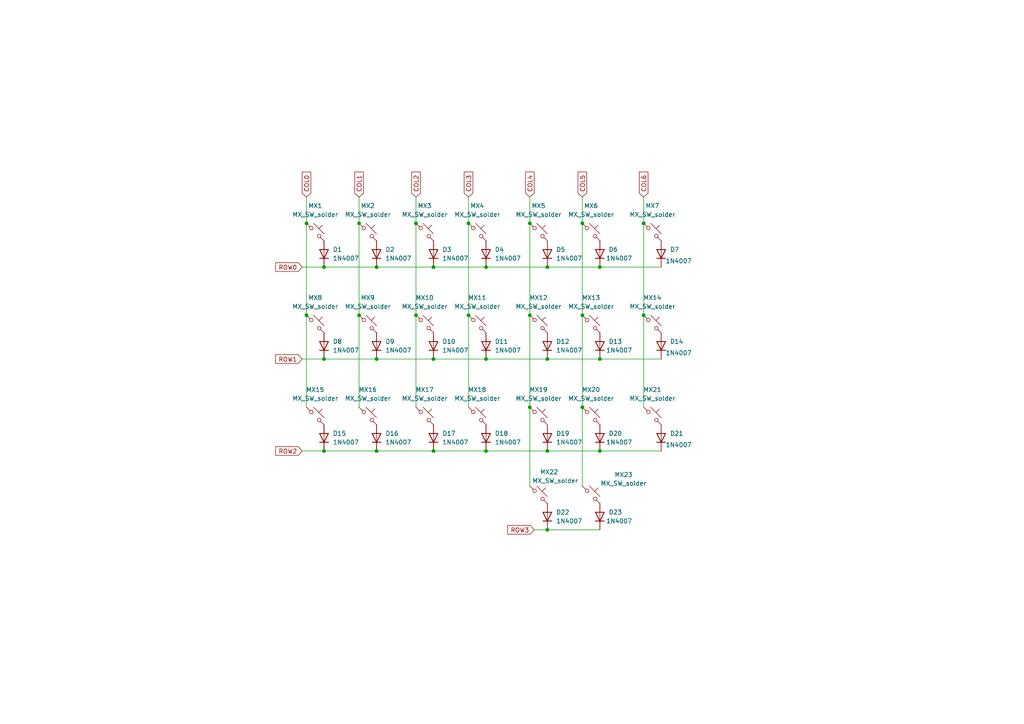
<source format=kicad_sch>
(kicad_sch (version 20231120) (generator "eeschema") (generator_version "8.0")
  (paper "A4")
  (lib_symbols
    (symbol "Diode:1N4007" (pin_numbers hide) (pin_names hide)
      (property "Reference" "D" (at 0 2.54 0))
      (property "Value" "1N4007" (at 0 -2.54 0))
      (symbol "1N4007_0_1"
        (polyline (pts (xy -1.27 1.27) (xy -1.27 -1.27)) (stroke (width 0.254)))
        (polyline (pts (xy 1.27 0) (xy -1.27 0)))
        (polyline (pts (xy 1.27 1.27) (xy 1.27 -1.27) (xy -1.27 0) (xy 1.27 1.27)) (stroke (width 0.254)))
      )
      (symbol "1N4007_1_1"
        (pin passive line (at -3.81 0 0) (length 2.54) (name "K") (number "1"))
        (pin passive line (at 3.81 0 180) (length 2.54) (name "A") (number "2"))
      )
    )
    (symbol "PCM_marbastlib-mx:MX_SW_solder" (pin_numbers hide) (pin_names (offset 1.016) hide)
      (property "Reference" "MX" (at 3.048 1.016 0))
      (property "Value" "MX_SW_solder" (at 0 -3.81 0))
      (symbol "MX_SW_solder_0_1"
        (circle (center -1.1684 1.1684) (radius 0.508))
        (polyline (pts (xy -0.508 2.54) (xy 2.54 -0.508)))
        (polyline (pts (xy 1.016 1.016) (xy 2.032 2.032)))
        (polyline (pts (xy -2.54 2.54) (xy -1.524 1.524) (xy -1.524 1.524)))
        (polyline (pts (xy 1.524 -1.524) (xy 2.54 -2.54) (xy 2.54 -2.54) (xy 2.54 -2.54)))
        (circle (center 1.143 -1.1938) (radius 0.508))
        (pin passive line (at -2.54 2.54 0) (length 0) (name "1") (number "1"))
        (pin passive line (at 2.54 -2.54 180) (length 0) (name "2") (number "2"))
      )
    )
  )
  (junction (at 125.73 130.81))
  (junction (at 186.69 91.44))
  (junction (at 104.14 64.77))
  (junction (at 173.99 130.81))
  (junction (at 173.99 104.14))
  (junction (at 125.73 104.14))
  (junction (at 168.91 91.44))
  (junction (at 173.99 77.47))
  (junction (at 120.65 64.77))
  (junction (at 153.67 91.44))
  (junction (at 93.98 130.81))
  (junction (at 140.97 77.47))
  (junction (at 120.65 91.44))
  (junction (at 186.69 64.77))
  (junction (at 93.98 104.14))
  (junction (at 135.89 64.77))
  (junction (at 135.89 91.44))
  (junction (at 158.75 77.47))
  (junction (at 104.14 91.44))
  (junction (at 109.22 77.47))
  (junction (at 140.97 104.14))
  (junction (at 158.75 104.14))
  (junction (at 158.75 153.67))
  (junction (at 153.67 64.77))
  (junction (at 140.97 130.81))
  (junction (at 158.75 130.81))
  (junction (at 93.98 77.47))
  (junction (at 153.67 118.11))
  (junction (at 88.9 64.77))
  (junction (at 168.91 118.11))
  (junction (at 88.9 91.44))
  (junction (at 109.22 130.81))
  (junction (at 168.91 64.77))
  (junction (at 125.73 77.47))
  (junction (at 109.22 104.14))
  (wire (pts (xy 87.63 104.14) (xy 93.98 104.14)))
  (wire (pts (xy 140.97 130.81) (xy 158.75 130.81)))
  (wire (pts (xy 158.75 153.67) (xy 173.99 153.67)))
  (wire (pts (xy 186.69 91.44) (xy 186.69 118.11)))
  (wire (pts (xy 158.75 77.47) (xy 173.99 77.47)))
  (wire (pts (xy 93.98 77.47) (xy 109.22 77.47)))
  (wire (pts (xy 168.91 118.11) (xy 168.91 140.97)))
  (wire (pts (xy 168.91 91.44) (xy 168.91 118.11)))
  (wire (pts (xy 120.65 64.77) (xy 120.65 91.44)))
  (wire (pts (xy 173.99 77.47) (xy 191.77 77.47)))
  (wire (pts (xy 120.65 91.44) (xy 120.65 118.11)))
  (wire (pts (xy 153.67 64.77) (xy 153.67 91.44)))
  (wire (pts (xy 153.67 57.15) (xy 153.67 64.77)))
  (wire (pts (xy 104.14 64.77) (xy 104.14 91.44)))
  (wire (pts (xy 140.97 104.14) (xy 158.75 104.14)))
  (wire (pts (xy 93.98 104.14) (xy 109.22 104.14)))
  (wire (pts (xy 186.69 57.15) (xy 186.69 64.77)))
  (wire (pts (xy 109.22 77.47) (xy 125.73 77.47)))
  (wire (pts (xy 135.89 64.77) (xy 135.89 91.44)))
  (wire (pts (xy 173.99 130.81) (xy 191.77 130.81)))
  (wire (pts (xy 88.9 91.44) (xy 88.9 118.11)))
  (wire (pts (xy 153.67 91.44) (xy 153.67 118.11)))
  (wire (pts (xy 140.97 77.47) (xy 158.75 77.47)))
  (wire (pts (xy 186.69 64.77) (xy 186.69 91.44)))
  (wire (pts (xy 120.65 57.15) (xy 120.65 64.77)))
  (wire (pts (xy 173.99 104.14) (xy 191.77 104.14)))
  (wire (pts (xy 158.75 104.14) (xy 173.99 104.14)))
  (wire (pts (xy 158.75 130.81) (xy 173.99 130.81)))
  (wire (pts (xy 153.67 118.11) (xy 153.67 140.97)))
  (wire (pts (xy 125.73 104.14) (xy 140.97 104.14)))
  (wire (pts (xy 125.73 130.81) (xy 140.97 130.81)))
  (wire (pts (xy 154.94 153.67) (xy 158.75 153.67)))
  (wire (pts (xy 88.9 57.15) (xy 88.9 64.77)))
  (wire (pts (xy 87.63 77.47) (xy 93.98 77.47)))
  (wire (pts (xy 109.22 130.81) (xy 125.73 130.81)))
  (wire (pts (xy 168.91 64.77) (xy 168.91 91.44)))
  (wire (pts (xy 88.9 64.77) (xy 88.9 91.44)))
  (wire (pts (xy 104.14 57.15) (xy 104.14 64.77)))
  (wire (pts (xy 135.89 91.44) (xy 135.89 118.11)))
  (wire (pts (xy 93.98 130.81) (xy 109.22 130.81)))
  (wire (pts (xy 109.22 104.14) (xy 125.73 104.14)))
  (wire (pts (xy 104.14 91.44) (xy 104.14 118.11)))
  (wire (pts (xy 125.73 77.47) (xy 140.97 77.47)))
  (wire (pts (xy 87.63 130.81) (xy 93.98 130.81)))
  (wire (pts (xy 135.89 57.15) (xy 135.89 64.77)))
  (wire (pts (xy 168.91 57.15) (xy 168.91 64.77)))
  (global_label "ROW3" (shape input) (at 154.94 153.67 180) (property "Intersheetrefs" "${INTERSHEET_REFS}" (effects (hide yes))))
  (global_label "ROW1" (shape input) (at 87.63 104.14 180) (property "Intersheetrefs" "${INTERSHEET_REFS}" (effects (hide yes))))
  (global_label "COL4" (shape input) (at 153.67 57.15 90) (property "Intersheetrefs" "${INTERSHEET_REFS}" (effects (hide yes))))
  (global_label "ROW2" (shape input) (at 87.63 130.81 180) (property "Intersheetrefs" "${INTERSHEET_REFS}" (effects (hide yes))))
  (global_label "COL6" (shape input) (at 186.69 57.15 90) (property "Intersheetrefs" "${INTERSHEET_REFS}" (effects (hide yes))))
  (global_label "COL0" (shape input) (at 88.9 57.15 90) (property "Intersheetrefs" "${INTERSHEET_REFS}" (effects (hide yes))))
  (global_label "COL2" (shape input) (at 120.65 57.15 90) (property "Intersheetrefs" "${INTERSHEET_REFS}" (effects (hide yes))))
  (global_label "COL5" (shape input) (at 168.91 57.15 90) (property "Intersheetrefs" "${INTERSHEET_REFS}" (effects (hide yes))))
  (global_label "COL1" (shape input) (at 104.14 57.15 90) (property "Intersheetrefs" "${INTERSHEET_REFS}" (effects (hide yes))))
  (global_label "ROW0" (shape input) (at 87.63 77.47 180) (property "Intersheetrefs" "${INTERSHEET_REFS}" (effects (hide yes))))
  (global_label "COL3" (shape input) (at 135.89 57.15 90) (property "Intersheetrefs" "${INTERSHEET_REFS}" (effects (hide yes))))
  (symbol (lib_id "Diode:1N4007") (at 93.98 100.33 90) (unit 1)
    (property "Reference" "D8" (at 96.52 99.0599 90) (effects (justify right)))
    (property "Value" "1N4007" (at 96.52 101.5999 90) (effects (justify right)))
    (property "Footprint" "Diode_SMD:D_SMA" (effects (hide yes)))
    (property "Datasheet" "http://www.vishay.com/docs/88503/1n4001.pdf" (effects (hide yes)))
    (property "Description" "1000V 1A General Purpose Rectifier Diode, DO-41" (effects (hide yes)))
    (property "Sim.Device" "D" (effects (hide yes)))
    (property "Sim.Pins" "1=K 2=A" (effects (hide yes)))
  )
  (symbol (lib_id "Diode:1N4007") (at 158.75 100.33 90) (unit 1)
    (property "Reference" "D12" (at 161.29 99.0599 90) (effects (justify right)))
    (property "Value" "1N4007" (at 161.29 101.5999 90) (effects (justify right)))
    (property "Footprint" "Diode_SMD:D_SMA" (effects (hide yes)))
    (property "Datasheet" "http://www.vishay.com/docs/88503/1n4001.pdf" (effects (hide yes)))
    (property "Description" "1000V 1A General Purpose Rectifier Diode, DO-41" (effects (hide yes)))
    (property "Sim.Device" "D" (effects (hide yes)))
    (property "Sim.Pins" "1=K 2=A" (effects (hide yes)))
  )
  (symbol (lib_id "Diode:1N4007") (at 109.22 127 90) (unit 1)
    (property "Reference" "D16" (at 111.76 125.7299 90) (effects (justify right)))
    (property "Value" "1N4007" (at 111.76 128.2699 90) (effects (justify right)))
    (property "Footprint" "Diode_SMD:D_SMA" (effects (hide yes)))
    (property "Datasheet" "http://www.vishay.com/docs/88503/1n4001.pdf" (effects (hide yes)))
    (property "Description" "1000V 1A General Purpose Rectifier Diode, DO-41" (effects (hide yes)))
    (property "Sim.Device" "D" (effects (hide yes)))
    (property "Sim.Pins" "1=K 2=A" (effects (hide yes)))
  )
  (symbol (lib_id "Diode:1N4007") (at 140.97 127 90) (unit 1)
    (property "Reference" "D18" (at 143.51 125.7299 90) (effects (justify right)))
    (property "Value" "1N4007" (at 143.51 128.2699 90) (effects (justify right)))
    (property "Footprint" "Diode_SMD:D_SMA" (effects (hide yes)))
    (property "Datasheet" "http://www.vishay.com/docs/88503/1n4001.pdf" (effects (hide yes)))
    (property "Description" "1000V 1A General Purpose Rectifier Diode, DO-41" (effects (hide yes)))
    (property "Sim.Device" "D" (effects (hide yes)))
    (property "Sim.Pins" "1=K 2=A" (effects (hide yes)))
  )
  (symbol (lib_id "PCM_marbastlib-mx:MX_SW_solder") (at 156.21 143.51 0) (unit 1)
    (property "Reference" "MX22" (at 159.258 136.906 0))
    (property "Value" "MX_SW_solder" (at 161.036 139.446 0))
    (property "Footprint" "PCM_marbastlib-mx:SW_MX_1u" (effects (hide yes)))
    (property "Description" "Push button switch, normally open, two pins, 45° tilted" (effects (hide yes)))
  )
  (symbol (lib_id "PCM_marbastlib-mx:MX_SW_solder") (at 138.43 67.31 0) (unit 1)
    (property "Reference" "MX4" (at 138.43 59.69 0))
    (property "Value" "MX_SW_solder" (at 138.43 62.23 0))
    (property "Footprint" "PCM_marbastlib-mx:SW_MX_1u" (effects (hide yes)))
    (property "Description" "Push button switch, normally open, two pins, 45° tilted" (effects (hide yes)))
  )
  (symbol (lib_id "Diode:1N4007") (at 173.99 73.66 90) (unit 1)
    (property "Reference" "D6" (at 176.53 72.3899 90) (effects (justify right)))
    (property "Value" "1N4007" (at 175.768 74.93 90) (effects (justify right)))
    (property "Footprint" "Diode_SMD:D_SMA" (effects (hide yes)))
    (property "Datasheet" "http://www.vishay.com/docs/88503/1n4001.pdf" (effects (hide yes)))
    (property "Description" "1000V 1A General Purpose Rectifier Diode, DO-41" (effects (hide yes)))
    (property "Sim.Device" "D" (effects (hide yes)))
    (property "Sim.Pins" "1=K 2=A" (effects (hide yes)))
  )
  (symbol (lib_id "PCM_marbastlib-mx:MX_SW_solder") (at 123.19 93.98 0) (unit 1)
    (property "Reference" "MX10" (at 123.19 86.36 0))
    (property "Value" "MX_SW_solder" (at 123.19 88.9 0))
    (property "Footprint" "PCM_marbastlib-mx:SW_MX_1u" (effects (hide yes)))
    (property "Description" "Push button switch, normally open, two pins, 45° tilted" (effects (hide yes)))
  )
  (symbol (lib_id "Diode:1N4007") (at 158.75 73.66 90) (unit 1)
    (property "Reference" "D5" (at 161.29 72.3899 90) (effects (justify right)))
    (property "Value" "1N4007" (at 161.29 74.9299 90) (effects (justify right)))
    (property "Footprint" "Diode_SMD:D_SMA" (effects (hide yes)))
    (property "Datasheet" "http://www.vishay.com/docs/88503/1n4001.pdf" (effects (hide yes)))
    (property "Description" "1000V 1A General Purpose Rectifier Diode, DO-41" (effects (hide yes)))
    (property "Sim.Device" "D" (effects (hide yes)))
    (property "Sim.Pins" "1=K 2=A" (effects (hide yes)))
  )
  (symbol (lib_id "Diode:1N4007") (at 109.22 73.66 90) (unit 1)
    (property "Reference" "D2" (at 111.76 72.3899 90) (effects (justify right)))
    (property "Value" "1N4007" (at 111.76 74.9299 90) (effects (justify right)))
    (property "Footprint" "Diode_SMD:D_SMA" (effects (hide yes)))
    (property "Datasheet" "http://www.vishay.com/docs/88503/1n4001.pdf" (effects (hide yes)))
    (property "Description" "1000V 1A General Purpose Rectifier Diode, DO-41" (effects (hide yes)))
    (property "Sim.Device" "D" (effects (hide yes)))
    (property "Sim.Pins" "1=K 2=A" (effects (hide yes)))
  )
  (symbol (lib_id "PCM_marbastlib-mx:MX_SW_solder") (at 91.44 93.98 0) (unit 1)
    (property "Reference" "MX8" (at 91.44 86.36 0))
    (property "Value" "MX_SW_solder" (at 91.44 88.9 0))
    (property "Footprint" "PCM_marbastlib-mx:SW_MX_1u" (effects (hide yes)))
    (property "Description" "Push button switch, normally open, two pins, 45° tilted" (effects (hide yes)))
  )
  (symbol (lib_id "PCM_marbastlib-mx:MX_SW_solder") (at 91.44 67.31 0) (unit 1)
    (property "Reference" "MX1" (at 91.44 59.69 0))
    (property "Value" "MX_SW_solder" (at 91.44 62.23 0))
    (property "Footprint" "PCM_marbastlib-mx:SW_MX_1u" (effects (hide yes)))
    (property "Description" "Push button switch, normally open, two pins, 45° tilted" (effects (hide yes)))
  )
  (symbol (lib_id "PCM_marbastlib-mx:MX_SW_solder") (at 106.68 120.65 0) (unit 1)
    (property "Reference" "MX16" (at 106.68 113.03 0))
    (property "Value" "MX_SW_solder" (at 106.68 115.57 0))
    (property "Footprint" "PCM_marbastlib-mx:SW_MX_1u" (effects (hide yes)))
    (property "Description" "Push button switch, normally open, two pins, 45° tilted" (effects (hide yes)))
  )
  (symbol (lib_id "PCM_marbastlib-mx:MX_SW_solder") (at 156.21 67.31 0) (unit 1)
    (property "Reference" "MX5" (at 156.21 59.69 0))
    (property "Value" "MX_SW_solder" (at 156.21 62.23 0))
    (property "Footprint" "PCM_marbastlib-mx:SW_MX_1u" (effects (hide yes)))
    (property "Description" "Push button switch, normally open, two pins, 45° tilted" (effects (hide yes)))
  )
  (symbol (lib_id "Diode:1N4007") (at 158.75 149.86 90) (unit 1)
    (property "Reference" "D22" (at 161.29 148.5899 90) (effects (justify right)))
    (property "Value" "1N4007" (at 161.29 151.1299 90) (effects (justify right)))
    (property "Footprint" "Diode_SMD:D_SMA" (effects (hide yes)))
    (property "Datasheet" "http://www.vishay.com/docs/88503/1n4001.pdf" (effects (hide yes)))
    (property "Description" "1000V 1A General Purpose Rectifier Diode, DO-41" (effects (hide yes)))
    (property "Sim.Device" "D" (effects (hide yes)))
    (property "Sim.Pins" "1=K 2=A" (effects (hide yes)))
  )
  (symbol (lib_id "PCM_marbastlib-mx:MX_SW_solder") (at 171.45 143.51 0) (unit 1)
    (property "Reference" "MX23" (at 180.848 137.668 0))
    (property "Value" "MX_SW_solder" (at 180.848 140.208 0))
    (property "Footprint" "PCM_marbastlib-mx:SW_MX_1.75u" (effects (hide yes)))
    (property "Description" "Push button switch, normally open, two pins, 45° tilted" (effects (hide yes)))
  )
  (symbol (lib_id "Diode:1N4007") (at 93.98 127 90) (unit 1)
    (property "Reference" "D15" (at 96.52 125.7299 90) (effects (justify right)))
    (property "Value" "1N4007" (at 96.52 128.2699 90) (effects (justify right)))
    (property "Footprint" "Diode_SMD:D_SMA" (effects (hide yes)))
    (property "Datasheet" "http://www.vishay.com/docs/88503/1n4001.pdf" (effects (hide yes)))
    (property "Description" "1000V 1A General Purpose Rectifier Diode, DO-41" (effects (hide yes)))
    (property "Sim.Device" "D" (effects (hide yes)))
    (property "Sim.Pins" "1=K 2=A" (effects (hide yes)))
  )
  (symbol (lib_id "Diode:1N4007") (at 140.97 73.66 90) (unit 1)
    (property "Reference" "D4" (at 143.51 72.3899 90) (effects (justify right)))
    (property "Value" "1N4007" (at 143.51 74.9299 90) (effects (justify right)))
    (property "Footprint" "Diode_SMD:D_SMA" (effects (hide yes)))
    (property "Datasheet" "http://www.vishay.com/docs/88503/1n4001.pdf" (effects (hide yes)))
    (property "Description" "1000V 1A General Purpose Rectifier Diode, DO-41" (effects (hide yes)))
    (property "Sim.Device" "D" (effects (hide yes)))
    (property "Sim.Pins" "1=K 2=A" (effects (hide yes)))
  )
  (symbol (lib_id "Diode:1N4007") (at 191.77 73.66 90) (unit 1)
    (property "Reference" "D7" (at 194.31 72.3899 90) (effects (justify right)))
    (property "Value" "1N4007" (at 193.04 75.692 90) (effects (justify right)))
    (property "Footprint" "Diode_SMD:D_SMA" (effects (hide yes)))
    (property "Datasheet" "http://www.vishay.com/docs/88503/1n4001.pdf" (effects (hide yes)))
    (property "Description" "1000V 1A General Purpose Rectifier Diode, DO-41" (effects (hide yes)))
    (property "Sim.Device" "D" (effects (hide yes)))
    (property "Sim.Pins" "1=K 2=A" (effects (hide yes)))
  )
  (symbol (lib_id "PCM_marbastlib-mx:MX_SW_solder") (at 138.43 120.65 0) (unit 1)
    (property "Reference" "MX18" (at 138.43 113.03 0))
    (property "Value" "MX_SW_solder" (at 138.43 115.57 0))
    (property "Footprint" "PCM_marbastlib-mx:SW_MX_1u" (effects (hide yes)))
    (property "Description" "Push button switch, normally open, two pins, 45° tilted" (effects (hide yes)))
  )
  (symbol (lib_id "Diode:1N4007") (at 125.73 127 90) (unit 1)
    (property "Reference" "D17" (at 128.27 125.7299 90) (effects (justify right)))
    (property "Value" "1N4007" (at 128.27 128.2699 90) (effects (justify right)))
    (property "Footprint" "Diode_SMD:D_SMA" (effects (hide yes)))
    (property "Datasheet" "http://www.vishay.com/docs/88503/1n4001.pdf" (effects (hide yes)))
    (property "Description" "1000V 1A General Purpose Rectifier Diode, DO-41" (effects (hide yes)))
    (property "Sim.Device" "D" (effects (hide yes)))
    (property "Sim.Pins" "1=K 2=A" (effects (hide yes)))
  )
  (symbol (lib_id "Diode:1N4007") (at 158.75 127 90) (unit 1)
    (property "Reference" "D19" (at 161.29 125.7299 90) (effects (justify right)))
    (property "Value" "1N4007" (at 161.29 128.2699 90) (effects (justify right)))
    (property "Footprint" "Diode_SMD:D_SMA" (effects (hide yes)))
    (property "Datasheet" "http://www.vishay.com/docs/88503/1n4001.pdf" (effects (hide yes)))
    (property "Description" "1000V 1A General Purpose Rectifier Diode, DO-41" (effects (hide yes)))
    (property "Sim.Device" "D" (effects (hide yes)))
    (property "Sim.Pins" "1=K 2=A" (effects (hide yes)))
  )
  (symbol (lib_id "Diode:1N4007") (at 93.98 73.66 90) (unit 1)
    (property "Reference" "D1" (at 96.52 72.3899 90) (effects (justify right)))
    (property "Value" "1N4007" (at 96.52 74.9299 90) (effects (justify right)))
    (property "Footprint" "Diode_SMD:D_SMA" (effects (hide yes)))
    (property "Datasheet" "http://www.vishay.com/docs/88503/1n4001.pdf" (effects (hide yes)))
    (property "Description" "1000V 1A General Purpose Rectifier Diode, DO-41" (effects (hide yes)))
    (property "Sim.Device" "D" (effects (hide yes)))
    (property "Sim.Pins" "1=K 2=A" (effects (hide yes)))
  )
  (symbol (lib_id "PCM_marbastlib-mx:MX_SW_solder") (at 189.23 67.31 0) (unit 1)
    (property "Reference" "MX7" (at 189.23 59.69 0))
    (property "Value" "MX_SW_solder" (at 189.23 62.23 0))
    (property "Footprint" "PCM_marbastlib-mx:SW_MX_1u" (effects (hide yes)))
    (property "Description" "Push button switch, normally open, two pins, 45° tilted" (effects (hide yes)))
  )
  (symbol (lib_id "Diode:1N4007") (at 173.99 149.86 90) (unit 1)
    (property "Reference" "D23" (at 176.53 148.5899 90) (effects (justify right)))
    (property "Value" "1N4007" (at 175.768 151.13 90) (effects (justify right)))
    (property "Footprint" "Diode_SMD:D_SMA" (effects (hide yes)))
    (property "Datasheet" "http://www.vishay.com/docs/88503/1n4001.pdf" (effects (hide yes)))
    (property "Description" "1000V 1A General Purpose Rectifier Diode, DO-41" (effects (hide yes)))
    (property "Sim.Device" "D" (effects (hide yes)))
    (property "Sim.Pins" "1=K 2=A" (effects (hide yes)))
  )
  (symbol (lib_id "Diode:1N4007") (at 173.99 100.33 90) (unit 1)
    (property "Reference" "D13" (at 176.53 99.0599 90) (effects (justify right)))
    (property "Value" "1N4007" (at 175.768 101.6 90) (effects (justify right)))
    (property "Footprint" "Diode_SMD:D_SMA" (effects (hide yes)))
    (property "Datasheet" "http://www.vishay.com/docs/88503/1n4001.pdf" (effects (hide yes)))
    (property "Description" "1000V 1A General Purpose Rectifier Diode, DO-41" (effects (hide yes)))
    (property "Sim.Device" "D" (effects (hide yes)))
    (property "Sim.Pins" "1=K 2=A" (effects (hide yes)))
  )
  (symbol (lib_id "PCM_marbastlib-mx:MX_SW_solder") (at 123.19 67.31 0) (unit 1)
    (property "Reference" "MX3" (at 123.19 59.69 0))
    (property "Value" "MX_SW_solder" (at 123.19 62.23 0))
    (property "Footprint" "PCM_marbastlib-mx:SW_MX_1u" (effects (hide yes)))
    (property "Description" "Push button switch, normally open, two pins, 45° tilted" (effects (hide yes)))
  )
  (symbol (lib_id "PCM_marbastlib-mx:MX_SW_solder") (at 156.21 120.65 0) (unit 1)
    (property "Reference" "MX19" (at 156.21 113.03 0))
    (property "Value" "MX_SW_solder" (at 156.21 115.57 0))
    (property "Footprint" "PCM_marbastlib-mx:SW_MX_1u" (effects (hide yes)))
    (property "Description" "Push button switch, normally open, two pins, 45° tilted" (effects (hide yes)))
  )
  (symbol (lib_id "Diode:1N4007") (at 191.77 100.33 90) (unit 1)
    (property "Reference" "D14" (at 194.31 99.0599 90) (effects (justify right)))
    (property "Value" "1N4007" (at 193.04 102.362 90) (effects (justify right)))
    (property "Footprint" "Diode_SMD:D_SMA" (effects (hide yes)))
    (property "Datasheet" "http://www.vishay.com/docs/88503/1n4001.pdf" (effects (hide yes)))
    (property "Description" "1000V 1A General Purpose Rectifier Diode, DO-41" (effects (hide yes)))
    (property "Sim.Device" "D" (effects (hide yes)))
    (property "Sim.Pins" "1=K 2=A" (effects (hide yes)))
  )
  (symbol (lib_id "PCM_marbastlib-mx:MX_SW_solder") (at 91.44 120.65 0) (unit 1)
    (property "Reference" "MX15" (at 91.44 113.03 0))
    (property "Value" "MX_SW_solder" (at 91.44 115.57 0))
    (property "Footprint" "PCM_marbastlib-mx:SW_MX_1u" (effects (hide yes)))
    (property "Description" "Push button switch, normally open, two pins, 45° tilted" (effects (hide yes)))
  )
  (symbol (lib_id "PCM_marbastlib-mx:MX_SW_solder") (at 189.23 93.98 0) (unit 1)
    (property "Reference" "MX14" (at 189.23 86.36 0))
    (property "Value" "MX_SW_solder" (at 189.23 88.9 0))
    (property "Footprint" "PCM_marbastlib-mx:SW_MX_1u" (effects (hide yes)))
    (property "Description" "Push button switch, normally open, two pins, 45° tilted" (effects (hide yes)))
  )
  (symbol (lib_id "PCM_marbastlib-mx:MX_SW_solder") (at 106.68 67.31 0) (unit 1)
    (property "Reference" "MX2" (at 106.68 59.69 0))
    (property "Value" "MX_SW_solder" (at 106.68 62.23 0))
    (property "Footprint" "PCM_marbastlib-mx:SW_MX_1u" (effects (hide yes)))
    (property "Description" "Push button switch, normally open, two pins, 45° tilted" (effects (hide yes)))
  )
  (symbol (lib_id "Diode:1N4007") (at 140.97 100.33 90) (unit 1)
    (property "Reference" "D11" (at 143.51 99.0599 90) (effects (justify right)))
    (property "Value" "1N4007" (at 143.51 101.5999 90) (effects (justify right)))
    (property "Footprint" "Diode_SMD:D_SMA" (effects (hide yes)))
    (property "Datasheet" "http://www.vishay.com/docs/88503/1n4001.pdf" (effects (hide yes)))
    (property "Description" "1000V 1A General Purpose Rectifier Diode, DO-41" (effects (hide yes)))
    (property "Sim.Device" "D" (effects (hide yes)))
    (property "Sim.Pins" "1=K 2=A" (effects (hide yes)))
  )
  (symbol (lib_id "PCM_marbastlib-mx:MX_SW_solder") (at 171.45 67.31 0) (unit 1)
    (property "Reference" "MX6" (at 171.45 59.69 0))
    (property "Value" "MX_SW_solder" (at 171.45 62.23 0))
    (property "Footprint" "PCM_marbastlib-mx:SW_MX_1u" (effects (hide yes)))
    (property "Description" "Push button switch, normally open, two pins, 45° tilted" (effects (hide yes)))
  )
  (symbol (lib_id "PCM_marbastlib-mx:MX_SW_solder") (at 123.19 120.65 0) (unit 1)
    (property "Reference" "MX17" (at 123.19 113.03 0))
    (property "Value" "MX_SW_solder" (at 123.19 115.57 0))
    (property "Footprint" "PCM_marbastlib-mx:SW_MX_1u" (effects (hide yes)))
    (property "Description" "Push button switch, normally open, two pins, 45° tilted" (effects (hide yes)))
  )
  (symbol (lib_id "Diode:1N4007") (at 191.77 127 90) (unit 1)
    (property "Reference" "D21" (at 194.31 125.7299 90) (effects (justify right)))
    (property "Value" "1N4007" (at 193.04 129.032 90) (effects (justify right)))
    (property "Footprint" "Diode_SMD:D_SMA" (effects (hide yes)))
    (property "Datasheet" "http://www.vishay.com/docs/88503/1n4001.pdf" (effects (hide yes)))
    (property "Description" "1000V 1A General Purpose Rectifier Diode, DO-41" (effects (hide yes)))
    (property "Sim.Device" "D" (effects (hide yes)))
    (property "Sim.Pins" "1=K 2=A" (effects (hide yes)))
  )
  (symbol (lib_id "PCM_marbastlib-mx:MX_SW_solder") (at 106.68 93.98 0) (unit 1)
    (property "Reference" "MX9" (at 106.68 86.36 0))
    (property "Value" "MX_SW_solder" (at 106.68 88.9 0))
    (property "Footprint" "PCM_marbastlib-mx:SW_MX_1u" (effects (hide yes)))
    (property "Description" "Push button switch, normally open, two pins, 45° tilted" (effects (hide yes)))
  )
  (symbol (lib_id "Diode:1N4007") (at 173.99 127 90) (unit 1)
    (property "Reference" "D20" (at 176.53 125.7299 90) (effects (justify right)))
    (property "Value" "1N4007" (at 175.768 128.27 90) (effects (justify right)))
    (property "Footprint" "Diode_SMD:D_SMA" (effects (hide yes)))
    (property "Datasheet" "http://www.vishay.com/docs/88503/1n4001.pdf" (effects (hide yes)))
    (property "Description" "1000V 1A General Purpose Rectifier Diode, DO-41" (effects (hide yes)))
    (property "Sim.Device" "D" (effects (hide yes)))
    (property "Sim.Pins" "1=K 2=A" (effects (hide yes)))
  )
  (symbol (lib_id "PCM_marbastlib-mx:MX_SW_solder") (at 156.21 93.98 0) (unit 1)
    (property "Reference" "MX12" (at 156.21 86.36 0))
    (property "Value" "MX_SW_solder" (at 156.21 88.9 0))
    (property "Footprint" "PCM_marbastlib-mx:SW_MX_1u" (effects (hide yes)))
    (property "Description" "Push button switch, normally open, two pins, 45° tilted" (effects (hide yes)))
  )
  (symbol (lib_id "PCM_marbastlib-mx:MX_SW_solder") (at 171.45 120.65 0) (unit 1)
    (property "Reference" "MX20" (at 171.45 113.03 0))
    (property "Value" "MX_SW_solder" (at 171.45 115.57 0))
    (property "Footprint" "PCM_marbastlib-mx:SW_MX_1u" (effects (hide yes)))
    (property "Description" "Push button switch, normally open, two pins, 45° tilted" (effects (hide yes)))
  )
  (symbol (lib_id "Diode:1N4007") (at 109.22 100.33 90) (unit 1)
    (property "Reference" "D9" (at 111.76 99.0599 90) (effects (justify right)))
    (property "Value" "1N4007" (at 111.76 101.5999 90) (effects (justify right)))
    (property "Footprint" "Diode_SMD:D_SMA" (effects (hide yes)))
    (property "Datasheet" "http://www.vishay.com/docs/88503/1n4001.pdf" (effects (hide yes)))
    (property "Description" "1000V 1A General Purpose Rectifier Diode, DO-41" (effects (hide yes)))
    (property "Sim.Device" "D" (effects (hide yes)))
    (property "Sim.Pins" "1=K 2=A" (effects (hide yes)))
  )
  (symbol (lib_id "Diode:1N4007") (at 125.73 73.66 90) (unit 1)
    (property "Reference" "D3" (at 128.27 72.3899 90) (effects (justify right)))
    (property "Value" "1N4007" (at 128.27 74.9299 90) (effects (justify right)))
    (property "Footprint" "Diode_SMD:D_SMA" (effects (hide yes)))
    (property "Datasheet" "http://www.vishay.com/docs/88503/1n4001.pdf" (effects (hide yes)))
    (property "Description" "1000V 1A General Purpose Rectifier Diode, DO-41" (effects (hide yes)))
    (property "Sim.Device" "D" (effects (hide yes)))
    (property "Sim.Pins" "1=K 2=A" (effects (hide yes)))
  )
  (symbol (lib_id "PCM_marbastlib-mx:MX_SW_solder") (at 189.23 120.65 0) (unit 1)
    (property "Reference" "MX21" (at 189.23 113.03 0))
    (property "Value" "MX_SW_solder" (at 189.23 115.57 0))
    (property "Footprint" "PCM_marbastlib-mx:SW_MX_1u" (effects (hide yes)))
    (property "Description" "Push button switch, normally open, two pins, 45° tilted" (effects (hide yes)))
  )
  (symbol (lib_id "PCM_marbastlib-mx:MX_SW_solder") (at 171.45 93.98 0) (unit 1)
    (property "Reference" "MX13" (at 171.45 86.36 0))
    (property "Value" "MX_SW_solder" (at 171.45 88.9 0))
    (property "Footprint" "PCM_marbastlib-mx:SW_MX_1u" (effects (hide yes)))
    (property "Description" "Push button switch, normally open, two pins, 45° tilted" (effects (hide yes)))
  )
  (symbol (lib_id "PCM_marbastlib-mx:MX_SW_solder") (at 138.43 93.98 0) (unit 1)
    (property "Reference" "MX11" (at 138.43 86.36 0))
    (property "Value" "MX_SW_solder" (at 138.43 88.9 0))
    (property "Footprint" "PCM_marbastlib-mx:SW_MX_1u" (effects (hide yes)))
    (property "Description" "Push button switch, normally open, two pins, 45° tilted" (effects (hide yes)))
  )
  (symbol (lib_id "Diode:1N4007") (at 125.73 100.33 90) (unit 1)
    (property "Reference" "D10" (at 128.27 99.0599 90) (effects (justify right)))
    (property "Value" "1N4007" (at 128.27 101.5999 90) (effects (justify right)))
    (property "Footprint" "Diode_SMD:D_SMA" (effects (hide yes)))
    (property "Datasheet" "http://www.vishay.com/docs/88503/1n4001.pdf" (effects (hide yes)))
    (property "Description" "1000V 1A General Purpose Rectifier Diode, DO-41" (effects (hide yes)))
    (property "Sim.Device" "D" (effects (hide yes)))
    (property "Sim.Pins" "1=K 2=A" (effects (hide yes)))
  )
)
</source>
